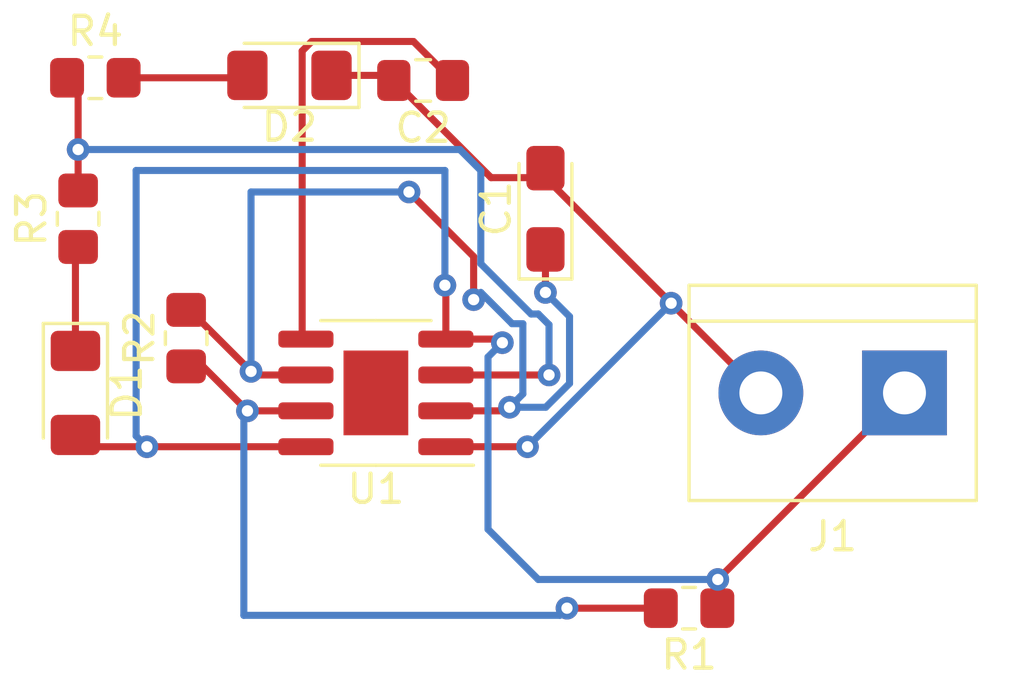
<source format=kicad_pcb>
(kicad_pcb (version 20211014) (generator pcbnew)
  (layers (0 "F.Cu" signal) (31 "B.Cu" signal) (34 "B.Paste" user) (35 "F.Paste" user) (36 "B.SilkS" user "B.Silkscreen") (37 "F.SilkS" user "F.Silkscreen") (38 "B.Mask" user) (39 "F.Mask" user) (44 "Edge.Cuts" user))
  (net 0 "")
  (net 1 "/pin_2")
  (net 2 "GND")
  (net 3 "Net-(C2-Pad1)")
  (net 4 "Net-(D1-Pad1)")
  (net 5 "+9V")
  (net 6 "Net-(D2-Pad2)")
  (net 7 "/pin_3")
  (net 8 "/pin_7")
  (footprint "Resistor_SMD:R_0805_2012Metric_Pad1.20x1.40mm_HandSolder" (layer "F.Cu") (at 142.631192 73.569128 90)
    (fp_text reference "R3" (at 0 -1.65 90) (layer "F.SilkS"))
    (fp_text value "1k")
    (fp_line (start -0.227064 0.735) (end 0.227064 0.735) (layer "F.SilkS") (width 0.12))
    (fp_line (start -0.227064 -0.735) (end 0.227064 -0.735) (layer "F.SilkS") (width 0.12))
    (pad "1" smd roundrect (at -1 0 90) (size 1.2 1.4) (layers "F.Cu" "F.Paste" "F.Mask") (roundrect_rratio 0.208333) (net 4 "Net-(D1-Pad1)"))
    (pad "2" smd roundrect (at 1 0 90) (size 1.2 1.4) (layers "F.Cu" "F.Paste" "F.Mask") (roundrect_rratio 0.208333) (net 7 "/pin_3"))
  )
  (footprint "Capacitor_Tantalum_SMD:CP_EIA-3216-18_Kemet-A_Pad1.58x1.35mm_HandSolder" (layer "F.Cu") (at 159.161192 73.2175 90)
    (fp_text reference "C1" (at 0 -1.75 90) (layer "F.SilkS"))
    (fp_text value "10uF")
    (fp_line (start -2.485 -0.935) (end -2.485 0.935) (layer "F.SilkS") (width 0.12))
    (fp_line (start 1.6 -0.935) (end -2.485 -0.935) (layer "F.SilkS") (width 0.12))
    (fp_line (start -2.485 0.935) (end 1.6 0.935) (layer "F.SilkS") (width 0.12))
    (pad "1" smd roundrect (at -1.4375 0 90) (size 1.575 1.35) (layers "F.Cu" "F.Paste" "F.Mask") (roundrect_rratio 0.185185) (net 1 "/pin_2"))
    (pad "2" smd roundrect (at 1.4375 0 90) (size 1.575 1.35) (layers "F.Cu" "F.Paste" "F.Mask") (roundrect_rratio 0.185185) (net 2 "GND"))
  )
  (footprint "Package_SO:SOIC-8-1EP_3.9x4.9mm_P1.27mm_EP2.29x3mm" (layer "F.Cu") (at 153.163692 79.735 180)
    (fp_text reference "U1" (at 0 -3.4) (layer "F.SilkS"))
    (fp_text value "NE555D")
    (fp_line (start 0 -2.56) (end 1.95 -2.56) (layer "F.SilkS") (width 0.12))
    (fp_line (start 0 2.56) (end 1.95 2.56) (layer "F.SilkS") (width 0.12))
    (fp_line (start 0 2.56) (end -1.95 2.56) (layer "F.SilkS") (width 0.12))
    (fp_line (start 0 -2.56) (end -3.45 -2.56) (layer "F.SilkS") (width 0.12))
    (pad "1" smd roundrect (at -2.475 -1.905 180) (size 1.95 0.6) (layers "F.Cu" "F.Paste" "F.Mask") (net 2 "GND"))
    (pad "2" smd roundrect (at -2.475 -0.635 180) (size 1.95 0.6) (layers "F.Cu" "F.Paste" "F.Mask") (net 1 "/pin_2"))
    (pad "3" smd roundrect (at -2.475 0.635 180) (size 1.95 0.6) (layers "F.Cu" "F.Paste" "F.Mask") (net 7 "/pin_3"))
    (pad "4" smd roundrect (at -2.475 1.905 180) (size 1.95 0.6) (layers "F.Cu" "F.Paste" "F.Mask") (net 5 "+9V"))
    (pad "5" smd roundrect (at 2.475 1.905 180) (size 1.95 0.6) (layers "F.Cu" "F.Paste" "F.Mask") (net 3 "Net-(C2-Pad1)"))
    (pad "6" smd roundrect (at 2.475 0.635 180) (size 1.95 0.6) (layers "F.Cu" "F.Paste" "F.Mask") (net 1 "/pin_2"))
    (pad "7" smd roundrect (at 2.475 -0.635 180) (size 1.95 0.6) (layers "F.Cu" "F.Paste" "F.Mask") (net 8 "/pin_7"))
    (pad "8" smd roundrect (at 2.475 -1.905 180) (size 1.95 0.6) (layers "F.Cu" "F.Paste" "F.Mask") (net 5 "+9V"))
    (pad "9" smd rect (at 0 0 180) (size 2.29 3) (layers "F.Cu" "F.Mask"))
  )
  (footprint "Resistor_SMD:R_0805_2012Metric_Pad1.20x1.40mm_HandSolder" (layer "F.Cu") (at 143.24 68.58)
    (fp_text reference "R4" (at 0 -1.65) (layer "F.SilkS"))
    (fp_text value "1k")
    (fp_line (start -0.227064 0.735) (end 0.227064 0.735) (layer "F.SilkS") (width 0.12))
    (fp_line (start -0.227064 -0.735) (end 0.227064 -0.735) (layer "F.SilkS") (width 0.12))
    (pad "1" smd roundrect (at -1 0) (size 1.2 1.4) (layers "F.Cu" "F.Paste" "F.Mask") (roundrect_rratio 0.208333) (net 7 "/pin_3"))
    (pad "2" smd roundrect (at 1 0) (size 1.2 1.4) (layers "F.Cu" "F.Paste" "F.Mask") (roundrect_rratio 0.208333) (net 6 "Net-(D2-Pad2)"))
  )
  (footprint "LED_SMD:LED_1206_3216Metric_Pad1.42x1.75mm_HandSolder" (layer "F.Cu") (at 142.536192 79.735 -90)
    (fp_text reference "D1" (at 0 -1.82 90) (layer "F.SilkS"))
    (fp_text value "LED")
    (fp_line (start -2.46 1.135) (end 1.6 1.135) (layer "F.SilkS") (width 0.12))
    (fp_line (start -2.46 -1.135) (end -2.46 1.135) (layer "F.SilkS") (width 0.12))
    (fp_line (start 1.6 -1.135) (end -2.46 -1.135) (layer "F.SilkS") (width 0.12))
    (pad "1" smd roundrect (at -1.4875 0 270) (size 1.425 1.75) (layers "F.Cu" "F.Paste" "F.Mask") (roundrect_rratio 0.175439) (net 4 "Net-(D1-Pad1)"))
    (pad "2" smd roundrect (at 1.4875 0 270) (size 1.425 1.75) (layers "F.Cu" "F.Paste" "F.Mask") (roundrect_rratio 0.175439) (net 5 "+9V"))
  )
  (footprint "LED_SMD:LED_1206_3216Metric_Pad1.42x1.75mm_HandSolder" (layer "F.Cu") (at 150.106192 68.495 180)
    (fp_text reference "D2" (at 0 -1.82) (layer "F.SilkS"))
    (fp_text value "LED")
    (fp_line (start -2.46 -1.135) (end -2.46 1.135) (layer "F.SilkS") (width 0.12))
    (fp_line (start 1.6 -1.135) (end -2.46 -1.135) (layer "F.SilkS") (width 0.12))
    (fp_line (start -2.46 1.135) (end 1.6 1.135) (layer "F.SilkS") (width 0.12))
    (pad "1" smd roundrect (at -1.4875 0 180) (size 1.425 1.75) (layers "F.Cu" "F.Paste" "F.Mask") (roundrect_rratio 0.175439) (net 2 "GND"))
    (pad "2" smd roundrect (at 1.4875 0 180) (size 1.425 1.75) (layers "F.Cu" "F.Paste" "F.Mask") (roundrect_rratio 0.175439) (net 6 "Net-(D2-Pad2)"))
  )
  (footprint "Resistor_SMD:R_0805_2012Metric_Pad1.20x1.40mm_HandSolder" (layer "F.Cu") (at 146.452384 77.796192 90)
    (fp_text reference "R2" (at 0 -1.65 90) (layer "F.SilkS"))
    (fp_text value "10k")
    (fp_line (start -0.227064 -0.735) (end 0.227064 -0.735) (layer "F.SilkS") (width 0.12))
    (fp_line (start -0.227064 0.735) (end 0.227064 0.735) (layer "F.SilkS") (width 0.12))
    (pad "1" smd roundrect (at -1 0 90) (size 1.2 1.4) (layers "F.Cu" "F.Paste" "F.Mask") (roundrect_rratio 0.208333) (net 8 "/pin_7"))
    (pad "2" smd roundrect (at 1 0 90) (size 1.2 1.4) (layers "F.Cu" "F.Paste" "F.Mask") (roundrect_rratio 0.208333) (net 1 "/pin_2"))
  )
  (footprint "TerminalBlock:TerminalBlock_bornier-2_P5.08mm" (layer "F.Cu") (at 171.861192 79.735 180)
    (fp_text reference "J1" (at 2.54 -5.08) (layer "F.SilkS"))
    (fp_text value "Conn_01x02_Male")
    (fp_line (start 7.62 3.81) (end 7.62 -3.81) (layer "F.SilkS") (width 0.12))
    (fp_line (start -2.54 3.81) (end 7.62 3.81) (layer "F.SilkS") (width 0.12))
    (fp_line (start 7.62 -3.81) (end -2.54 -3.81) (layer "F.SilkS") (width 0.12))
    (fp_line (start -2.54 -3.81) (end -2.54 3.81) (layer "F.SilkS") (width 0.12))
    (fp_line (start 7.62 2.54) (end -2.54 2.54) (layer "F.SilkS") (width 0.12))
    (pad "1" thru_hole rect (at 0 0 180) (size 3 3) (drill 1.52) (layers F&B.Cu *.Mask) (net 5 "+9V"))
    (pad "2" thru_hole circle (at 5.08 0 180) (size 3 3) (drill 1.52) (layers F&B.Cu *.Mask) (net 2 "GND"))
  )
  (footprint "Resistor_SMD:R_0805_2012Metric_Pad1.20x1.40mm_HandSolder" (layer "F.Cu") (at 164.241192 87.355 180)
    (fp_text reference "R1" (at 0 -1.65) (layer "F.SilkS"))
    (fp_text value "1k")
    (fp_line (start -0.227064 -0.735) (end 0.227064 -0.735) (layer "F.SilkS") (width 0.12))
    (fp_line (start -0.227064 0.735) (end 0.227064 0.735) (layer "F.SilkS") (width 0.12))
    (pad "1" smd roundrect (at -1 0 180) (size 1.2 1.4) (layers "F.Cu" "F.Paste" "F.Mask") (roundrect_rratio 0.208333) (net 5 "+9V"))
    (pad "2" smd roundrect (at 1 0 180) (size 1.2 1.4) (layers "F.Cu" "F.Paste" "F.Mask") (roundrect_rratio 0.208333) (net 8 "/pin_7"))
  )
  (footprint "Capacitor_SMD:C_0805_2012Metric_Pad1.18x1.45mm_HandSolder" (layer "F.Cu") (at 154.834932 68.675 180)
    (fp_text reference "C2" (at 0 -1.68) (layer "F.SilkS"))
    (fp_text value "0.01uF")
    (fp_line (start -0.261252 -0.735) (end 0.261252 -0.735) (layer "F.SilkS") (width 0.12))
    (fp_line (start -0.261252 0.735) (end 0.261252 0.735) (layer "F.SilkS") (width 0.12))
    (pad "1" smd roundrect (at -1.0375 0 180) (size 1.175 1.45) (layers "F.Cu" "F.Paste" "F.Mask") (roundrect_rratio 0.212766) (net 3 "Net-(C2-Pad1)"))
    (pad "2" smd roundrect (at 1.0375 0 180) (size 1.175 1.45) (layers "F.Cu" "F.Paste" "F.Mask") (roundrect_rratio 0.212766) (net 2 "GND"))
  )
  (segment (start 146.570384 76.796192) (end 148.747192 78.973) (width 0.25) (layer "F.Cu") (net 1))
  (segment (start 155.638692 80.37) (end 157.764192 80.37) (width 0.25) (layer "F.Cu") (net 1))
  (segment (start 157.764192 80.37) (end 157.891192 80.243) (width 0.25) (layer "F.Cu") (net 1))
  (segment (start 154.335192 72.623) (end 156.621192 74.909) (width 0.25) (layer "F.Cu") (net 1))
  (segment (start 156.621192 74.909) (end 156.621192 76.433) (width 0.25) (layer "F.Cu") (net 1))
  (segment (start 159.161192 74.655) (end 159.161192 76.179) (width 0.25) (layer "F.Cu") (net 1))
  (segment (start 146.452384 76.796192) (end 146.570384 76.796192) (width 0.25) (layer "F.Cu") (net 1))
  (segment (start 148.747192 78.973) (end 148.874192 79.1) (width 0.25) (layer "F.Cu") (net 1))
  (segment (start 148.874192 79.1) (end 150.688692 79.1) (width 0.25) (layer "F.Cu") (net 1))
  (via (at 148.747192 78.973) (size 0.8) (drill 0.4) (layers "F.Cu" "B.Cu") (net 1))
  (via (at 159.161192 76.179) (size 0.8) (drill 0.4) (layers "F.Cu" "B.Cu") (net 1))
  (via (at 157.891192 80.243) (size 0.8) (drill 0.4) (layers "F.Cu" "B.Cu") (net 1))
  (via (at 154.335192 72.623) (size 0.8) (drill 0.4) (layers "F.Cu" "B.Cu") (net 1))
  (via (at 156.621192 76.433) (size 0.8) (drill 0.4) (layers "F.Cu" "B.Cu") (net 1))
  (segment (start 160.013192 77.031) (end 160.013192 79.400305) (width 0.25) (layer "B.Cu") (net 1))
  (segment (start 158.362192 79.772) (end 158.362192 77.286396) (width 0.25) (layer "B.Cu") (net 1))
  (segment (start 148.747192 78.973) (end 148.747192 72.623) (width 0.25) (layer "B.Cu") (net 1))
  (segment (start 160.013192 79.400305) (end 159.170497 80.243) (width 0.25) (layer "B.Cu") (net 1))
  (segment (start 159.170497 80.243) (end 157.891192 80.243) (width 0.25) (layer "B.Cu") (net 1))
  (segment (start 148.747192 72.623) (end 154.335192 72.623) (width 0.25) (layer "B.Cu") (net 1))
  (segment (start 157.982588 77.286396) (end 156.875192 76.179) (width 0.25) (layer "B.Cu") (net 1))
  (segment (start 157.891192 80.243) (end 158.362192 79.772) (width 0.25) (layer "B.Cu") (net 1))
  (segment (start 159.161192 76.179) (end 160.013192 77.031) (width 0.25) (layer "B.Cu") (net 1))
  (segment (start 158.362192 77.286396) (end 157.982588 77.286396) (width 0.25) (layer "B.Cu") (net 1))
  (segment (start 156.875192 76.179) (end 156.621192 76.433) (width 0.25) (layer "B.Cu") (net 1))
  (segment (start 159.161192 72.115) (end 157.237432 72.115) (width 0.25) (layer "F.Cu") (net 2))
  (segment (start 151.593692 68.495) (end 153.617432 68.495) (width 0.25) (layer "F.Cu") (net 2))
  (segment (start 153.617432 68.495) (end 153.797432 68.675) (width 0.25) (layer "F.Cu") (net 2))
  (segment (start 157.237432 72.115) (end 153.797432 68.675) (width 0.25) (layer "F.Cu") (net 2))
  (segment (start 163.606192 76.56) (end 159.161192 72.115) (width 0.25) (layer "F.Cu") (net 2))
  (segment (start 166.781192 79.735) (end 163.606192 76.56) (width 0.25) (layer "F.Cu") (net 2))
  (segment (start 155.638692 81.64) (end 158.526192 81.64) (width 0.25) (layer "F.Cu") (net 2))
  (via (at 158.526192 81.64) (size 0.8) (drill 0.4) (layers "F.Cu" "B.Cu") (net 2))
  (via (at 163.606192 76.56) (size 0.8) (drill 0.4) (layers "F.Cu" "B.Cu") (net 2))
  (segment (start 163.606192 76.56) (end 158.526192 81.64) (width 0.25) (layer "B.Cu") (net 2))
  (segment (start 150.89302 67.295) (end 150.556192 67.631828) (width 0.25) (layer "F.Cu") (net 3))
  (segment (start 154.492432 67.295) (end 150.89302 67.295) (width 0.25) (layer "F.Cu") (net 3))
  (segment (start 150.556192 67.631828) (end 150.556192 77.6975) (width 0.25) (layer "F.Cu") (net 3))
  (segment (start 150.556192 77.6975) (end 150.688692 77.83) (width 0.25) (layer "F.Cu") (net 3))
  (segment (start 155.872432 68.675) (end 154.492432 67.295) (width 0.25) (layer "F.Cu") (net 3))
  (segment (start 142.631192 74.569128) (end 142.536192 74.664128) (width 0.25) (layer "F.Cu") (net 4))
  (segment (start 142.536192 74.664128) (end 142.536192 78.2475) (width 0.25) (layer "F.Cu") (net 4))
  (segment (start 145.064192 81.64) (end 150.688692 81.64) (width 0.25) (layer "F.Cu") (net 5))
  (segment (start 155.638692 77.83) (end 155.638692 75.9585) (width 0.25) (layer "F.Cu") (net 5))
  (segment (start 142.536192 81.2225) (end 142.953692 81.64) (width 0.25) (layer "F.Cu") (net 5))
  (segment (start 171.861192 79.735) (end 165.257192 86.339) (width 0.25) (layer "F.Cu") (net 5))
  (segment (start 165.257192 86.339) (end 165.241192 86.355) (width 0.25) (layer "F.Cu") (net 5))
  (segment (start 155.638692 77.83) (end 157.510192 77.83) (width 0.25) (layer "F.Cu") (net 5))
  (segment (start 165.241192 86.355) (end 165.241192 87.355) (width 0.25) (layer "F.Cu") (net 5))
  (segment (start 157.637192 77.957) (end 157.510192 77.83) (width 0.25) (layer "F.Cu") (net 5))
  (segment (start 142.953692 81.64) (end 145.064192 81.64) (width 0.25) (layer "F.Cu") (net 5))
  (segment (start 155.638692 75.9585) (end 155.605192 75.925) (width 0.25) (layer "F.Cu") (net 5))
  (via (at 165.257192 86.339) (size 0.8) (drill 0.4) (layers "F.Cu" "B.Cu") (net 5))
  (via (at 145.064192 81.64) (size 0.8) (drill 0.4) (layers "F.Cu" "B.Cu") (net 5))
  (via (at 155.605192 75.925) (size 0.8) (drill 0.4) (layers "F.Cu" "B.Cu") (net 5))
  (via (at 157.637192 77.957) (size 0.8) (drill 0.4) (layers "F.Cu" "B.Cu") (net 5))
  (segment (start 158.907192 86.339) (end 165.257192 86.339) (width 0.25) (layer "B.Cu") (net 5))
  (segment (start 157.129192 78.465) (end 157.129192 84.561) (width 0.25) (layer "B.Cu") (net 5))
  (segment (start 144.683192 81.259) (end 145.064192 81.64) (width 0.25) (layer "B.Cu") (net 5))
  (segment (start 144.683192 71.861) (end 144.683192 81.259) (width 0.25) (layer "B.Cu") (net 5))
  (segment (start 157.129192 84.561) (end 158.907192 86.339) (width 0.25) (layer "B.Cu") (net 5))
  (segment (start 155.605192 75.925) (end 155.605192 71.861) (width 0.25) (layer "B.Cu") (net 5))
  (segment (start 157.637192 77.957) (end 157.129192 78.465) (width 0.25) (layer "B.Cu") (net 5))
  (segment (start 155.605192 71.861) (end 144.683192 71.861) (width 0.25) (layer "B.Cu") (net 5))
  (segment (start 148.533692 68.58) (end 144.24 68.58) (width 0.25) (layer "F.Cu") (net 6))
  (segment (start 148.618692 68.495) (end 148.533692 68.58) (width 0.25) (layer "F.Cu") (net 6))
  (segment (start 142.24 68.58) (end 142.631192 68.971192) (width 0.25) (layer "F.Cu") (net 7))
  (segment (start 155.638692 79.1) (end 159.288192 79.1) (width 0.25) (layer "F.Cu") (net 7))
  (segment (start 142.631192 71.119) (end 142.631192 72.569128) (width 0.25) (layer "F.Cu") (net 7))
  (segment (start 142.631192 68.971192) (end 142.631192 71.119) (width 0.25) (layer "F.Cu") (net 7))
  (via (at 142.631192 71.119) (size 0.8) (drill 0.4) (layers "F.Cu" "B.Cu") (net 7))
  (via (at 159.288192 79.1) (size 0.8) (drill 0.4) (layers "F.Cu" "B.Cu") (net 7))
  (segment (start 158.907192 76.941) (end 159.288192 77.322) (width 0.25) (layer "B.Cu") (net 7))
  (segment (start 142.631192 71.119) (end 156.133192 71.119) (width 0.25) (layer "B.Cu") (net 7))
  (segment (start 158.653192 76.941) (end 158.907192 76.941) (width 0.25) (layer "B.Cu") (net 7))
  (segment (start 156.875192 75.163) (end 158.653192 76.941) (width 0.25) (layer "B.Cu") (net 7))
  (segment (start 156.133192 71.119) (end 156.875192 71.861) (width 0.25) (layer "B.Cu") (net 7))
  (segment (start 156.875192 71.861) (end 156.875192 75.163) (width 0.25) (layer "B.Cu") (net 7))
  (segment (start 159.288192 77.322) (end 159.288192 79.1) (width 0.25) (layer "B.Cu") (net 7))
  (segment (start 146.452384 78.796192) (end 147.046384 78.796192) (width 0.25) (layer "F.Cu") (net 8))
  (segment (start 148.620192 80.37) (end 150.688692 80.37) (width 0.25) (layer "F.Cu") (net 8))
  (segment (start 147.046384 78.796192) (end 148.620192 80.37) (width 0.25) (layer "F.Cu") (net 8))
  (segment (start 163.241192 87.355) (end 159.923192 87.355) (width 0.25) (layer "F.Cu") (net 8))
  (via (at 148.620192 80.37) (size 0.8) (drill 0.4) (layers "F.Cu" "B.Cu") (net 8))
  (via (at 159.923192 87.355) (size 0.8) (drill 0.4) (layers "F.Cu" "B.Cu") (net 8))
  (segment (start 148.493192 87.609) (end 159.669192 87.609) (width 0.25) (layer "B.Cu") (net 8))
  (segment (start 148.620192 80.37) (end 148.493192 80.497) (width 0.25) (layer "B.Cu") (net 8))
  (segment (start 148.493192 80.497) (end 148.493192 87.609) (width 0.25) (layer "B.Cu") (net 8))
  (segment (start 159.669192 87.609) (end 159.923192 87.355) (width 0.25) (layer "B.Cu") (net 8))
)
</source>
